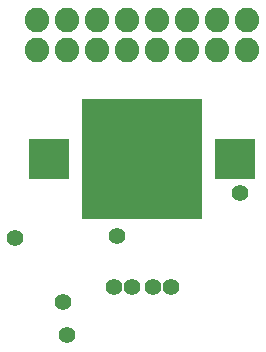
<source format=gbr>
G04 EAGLE Gerber RS-274X export*
G75*
%MOMM*%
%FSLAX34Y34*%
%LPD*%
%INSoldermask Bottom*%
%IPPOS*%
%AMOC8*
5,1,8,0,0,1.08239X$1,22.5*%
G01*
%ADD10R,3.403200X3.403200*%
%ADD11R,10.203200X10.203200*%
%ADD12C,2.082800*%
%ADD13C,1.403350*%


D10*
X211850Y187000D03*
D11*
X133350Y187000D03*
D10*
X54850Y187000D03*
D12*
X44450Y279400D03*
X44450Y304800D03*
X69850Y279400D03*
X69850Y304800D03*
X95250Y279400D03*
X95250Y304800D03*
X120650Y279400D03*
X120650Y304800D03*
X146050Y279400D03*
X146050Y304800D03*
X171450Y279400D03*
X171450Y304800D03*
X196850Y279400D03*
X196850Y304800D03*
X222250Y279400D03*
X222250Y304800D03*
D13*
X142240Y78740D03*
X157480Y78740D03*
X109220Y78740D03*
X124460Y78740D03*
X111760Y121920D03*
X66040Y66040D03*
X215900Y158750D03*
X25400Y120650D03*
X69850Y38100D03*
M02*

</source>
